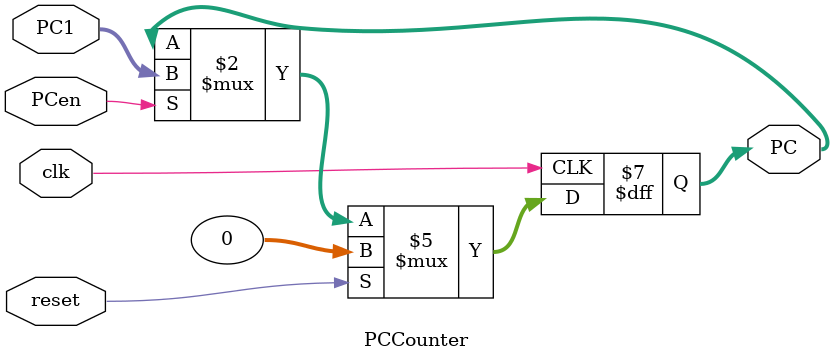
<source format=sv>
module PCCounter #(parameter Width = 32) 
    (
        input logic clk,
        input logic reset,  // Added reset signal
        input logic PCen,
        input logic [Width-1:0] PC1,
        output logic [Width-1:0] PC
    );
    
    always @(posedge clk)  // Include reset in sensitivity list
    begin
        if (reset)
            PC <= 0;  // Initialize PC to 0 on reset
        else if (PCen)
            PC <= PC1;  // Update PC only when PCen is high
    end
    
    endmodule
    
</source>
